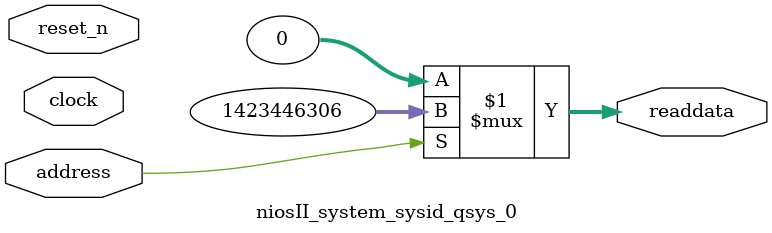
<source format=v>

`timescale 1ns / 1ps
// synthesis translate_on

// turn off superfluous verilog processor warnings 
// altera message_level Level1 
// altera message_off 10034 10035 10036 10037 10230 10240 10030 

module niosII_system_sysid_qsys_0 (
               // inputs:
                address,
                clock,
                reset_n,

               // outputs:
                readdata
             )
;

  output  [ 31: 0] readdata;
  input            address;
  input            clock;
  input            reset_n;

  wire    [ 31: 0] readdata;
  //control_slave, which is an e_avalon_slave
  assign readdata = address ? 1423446306 : 0;

endmodule




</source>
